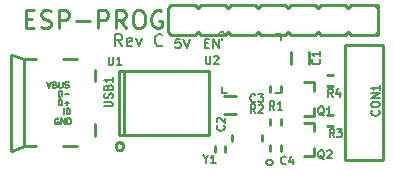
<source format=gbr>
G04 #@! TF.GenerationSoftware,KiCad,Pcbnew,5.1.5-52549c5~84~ubuntu19.10.1*
G04 #@! TF.CreationDate,2020-03-27T11:31:54+02:00*
G04 #@! TF.ProjectId,ESP-PROG_Rev.C,4553502d-5052-44f4-975f-5265762e432e,rev?*
G04 #@! TF.SameCoordinates,Original*
G04 #@! TF.FileFunction,Legend,Top*
G04 #@! TF.FilePolarity,Positive*
%FSLAX46Y46*%
G04 Gerber Fmt 4.6, Leading zero omitted, Abs format (unit mm)*
G04 Created by KiCad (PCBNEW 5.1.5-52549c5~84~ubuntu19.10.1) date 2020-03-27 11:31:54*
%MOMM*%
%LPD*%
G04 APERTURE LIST*
%ADD10C,0.150000*%
%ADD11C,0.200000*%
%ADD12C,0.254000*%
%ADD13C,0.127000*%
G04 APERTURE END LIST*
D10*
X128347619Y-94561904D02*
X127966666Y-94561904D01*
X127928571Y-94942857D01*
X127966666Y-94904761D01*
X128042857Y-94866666D01*
X128233333Y-94866666D01*
X128309523Y-94904761D01*
X128347619Y-94942857D01*
X128385714Y-95019047D01*
X128385714Y-95209523D01*
X128347619Y-95285714D01*
X128309523Y-95323809D01*
X128233333Y-95361904D01*
X128042857Y-95361904D01*
X127966666Y-95323809D01*
X127928571Y-95285714D01*
X128614285Y-94561904D02*
X128880952Y-95361904D01*
X129147619Y-94561904D01*
X130409523Y-94942857D02*
X130676190Y-94942857D01*
X130790476Y-95361904D02*
X130409523Y-95361904D01*
X130409523Y-94561904D01*
X130790476Y-94561904D01*
X131133333Y-95361904D02*
X131133333Y-94561904D01*
X131590476Y-95361904D01*
X131590476Y-94561904D01*
D11*
X123419047Y-95202380D02*
X123085714Y-94726190D01*
X122847619Y-95202380D02*
X122847619Y-94202380D01*
X123228571Y-94202380D01*
X123323809Y-94250000D01*
X123371428Y-94297619D01*
X123419047Y-94392857D01*
X123419047Y-94535714D01*
X123371428Y-94630952D01*
X123323809Y-94678571D01*
X123228571Y-94726190D01*
X122847619Y-94726190D01*
X124228571Y-95154761D02*
X124133333Y-95202380D01*
X123942857Y-95202380D01*
X123847619Y-95154761D01*
X123800000Y-95059523D01*
X123800000Y-94678571D01*
X123847619Y-94583333D01*
X123942857Y-94535714D01*
X124133333Y-94535714D01*
X124228571Y-94583333D01*
X124276190Y-94678571D01*
X124276190Y-94773809D01*
X123800000Y-94869047D01*
X124609523Y-94535714D02*
X124847619Y-95202380D01*
X125085714Y-94535714D01*
X126800000Y-95107142D02*
X126752380Y-95154761D01*
X126609523Y-95202380D01*
X126514285Y-95202380D01*
X126371428Y-95154761D01*
X126276190Y-95059523D01*
X126228571Y-94964285D01*
X126180952Y-94773809D01*
X126180952Y-94630952D01*
X126228571Y-94440476D01*
X126276190Y-94345238D01*
X126371428Y-94250000D01*
X126514285Y-94202380D01*
X126609523Y-94202380D01*
X126752380Y-94250000D01*
X126800000Y-94297619D01*
D12*
X115255366Y-92891142D02*
X115754900Y-92891142D01*
X115968985Y-93689428D02*
X115255366Y-93689428D01*
X115255366Y-92165428D01*
X115968985Y-92165428D01*
X116539880Y-93616857D02*
X116753966Y-93689428D01*
X117110776Y-93689428D01*
X117253500Y-93616857D01*
X117324861Y-93544285D01*
X117396223Y-93399142D01*
X117396223Y-93254000D01*
X117324861Y-93108857D01*
X117253500Y-93036285D01*
X117110776Y-92963714D01*
X116825328Y-92891142D01*
X116682604Y-92818571D01*
X116611242Y-92746000D01*
X116539880Y-92600857D01*
X116539880Y-92455714D01*
X116611242Y-92310571D01*
X116682604Y-92238000D01*
X116825328Y-92165428D01*
X117182138Y-92165428D01*
X117396223Y-92238000D01*
X118038480Y-93689428D02*
X118038480Y-92165428D01*
X118609376Y-92165428D01*
X118752100Y-92238000D01*
X118823461Y-92310571D01*
X118894823Y-92455714D01*
X118894823Y-92673428D01*
X118823461Y-92818571D01*
X118752100Y-92891142D01*
X118609376Y-92963714D01*
X118038480Y-92963714D01*
X119537080Y-93108857D02*
X120678871Y-93108857D01*
X121392490Y-93689428D02*
X121392490Y-92165428D01*
X121963385Y-92165428D01*
X122106109Y-92238000D01*
X122177471Y-92310571D01*
X122248833Y-92455714D01*
X122248833Y-92673428D01*
X122177471Y-92818571D01*
X122106109Y-92891142D01*
X121963385Y-92963714D01*
X121392490Y-92963714D01*
X123747433Y-93689428D02*
X123247900Y-92963714D01*
X122891090Y-93689428D02*
X122891090Y-92165428D01*
X123461985Y-92165428D01*
X123604709Y-92238000D01*
X123676071Y-92310571D01*
X123747433Y-92455714D01*
X123747433Y-92673428D01*
X123676071Y-92818571D01*
X123604709Y-92891142D01*
X123461985Y-92963714D01*
X122891090Y-92963714D01*
X124675138Y-92165428D02*
X124960585Y-92165428D01*
X125103309Y-92238000D01*
X125246033Y-92383142D01*
X125317395Y-92673428D01*
X125317395Y-93181428D01*
X125246033Y-93471714D01*
X125103309Y-93616857D01*
X124960585Y-93689428D01*
X124675138Y-93689428D01*
X124532414Y-93616857D01*
X124389690Y-93471714D01*
X124318328Y-93181428D01*
X124318328Y-92673428D01*
X124389690Y-92383142D01*
X124532414Y-92238000D01*
X124675138Y-92165428D01*
X126744633Y-92238000D02*
X126601909Y-92165428D01*
X126387823Y-92165428D01*
X126173738Y-92238000D01*
X126031014Y-92383142D01*
X125959652Y-92528285D01*
X125888290Y-92818571D01*
X125888290Y-93036285D01*
X125959652Y-93326571D01*
X126031014Y-93471714D01*
X126173738Y-93616857D01*
X126387823Y-93689428D01*
X126530547Y-93689428D01*
X126744633Y-93616857D01*
X126815995Y-93544285D01*
X126815995Y-93036285D01*
X126530547Y-93036285D01*
X132710000Y-102746000D02*
X132710000Y-103254000D01*
X135250000Y-102746000D02*
X135250000Y-103254000D01*
D10*
X132040000Y-94190000D02*
G75*
G03X132040000Y-94190000I-200000J0D01*
G01*
X136840000Y-94190000D02*
X136340000Y-94190000D01*
X136840000Y-94690000D02*
X136840000Y-94190000D01*
X132140000Y-94190000D02*
X132340000Y-94190000D01*
X131840000Y-94690000D02*
X131840000Y-94490000D01*
X136840000Y-99190000D02*
X136340000Y-99190000D01*
X136840000Y-98690000D02*
X136840000Y-99190000D01*
X131840000Y-99190000D02*
X132340000Y-99190000D01*
X131840000Y-98690000D02*
X131840000Y-99190000D01*
D12*
X145060000Y-94270000D02*
X145060000Y-91730000D01*
X139980000Y-91984000D02*
X139726000Y-91730000D01*
X140234000Y-91730000D02*
X139980000Y-91984000D01*
X142774000Y-91730000D02*
X144552000Y-91730000D01*
X142520000Y-91984000D02*
X142774000Y-91730000D01*
X142266000Y-91730000D02*
X142520000Y-91984000D01*
X140234000Y-91730000D02*
X142266000Y-91730000D01*
X144552000Y-91730000D02*
X145060000Y-91730000D01*
X144806000Y-91730000D02*
X145060000Y-91984000D01*
X145060000Y-94016000D02*
X144806000Y-94270000D01*
X137694000Y-91730000D02*
X139726000Y-91730000D01*
X137440000Y-91984000D02*
X137694000Y-91730000D01*
X134646000Y-91730000D02*
X134900000Y-91984000D01*
X135154000Y-91730000D02*
X137186000Y-91730000D01*
X134900000Y-91984000D02*
X135154000Y-91730000D01*
X135154000Y-94270000D02*
X134900000Y-94016000D01*
X137186000Y-94270000D02*
X135154000Y-94270000D01*
X137440000Y-94016000D02*
X137186000Y-94270000D01*
X137694000Y-94270000D02*
X137440000Y-94016000D01*
X139726000Y-94270000D02*
X137694000Y-94270000D01*
X139980000Y-94016000D02*
X139726000Y-94270000D01*
X140234000Y-94270000D02*
X139980000Y-94016000D01*
X142266000Y-94270000D02*
X140234000Y-94270000D01*
X142520000Y-94016000D02*
X142266000Y-94270000D01*
X142774000Y-94270000D02*
X142520000Y-94016000D01*
X144806000Y-94270000D02*
X142774000Y-94270000D01*
X145060000Y-94270000D02*
X144806000Y-94270000D01*
X134900000Y-94016000D02*
X134646000Y-94270000D01*
X134646000Y-94270000D02*
X132614000Y-94270000D01*
X130074000Y-94270000D02*
X129820000Y-94016000D01*
X132614000Y-91730000D02*
X134646000Y-91730000D01*
X137186000Y-91730000D02*
X137440000Y-91984000D01*
X129820000Y-91984000D02*
X130074000Y-91730000D01*
X132106000Y-94270000D02*
X130074000Y-94270000D01*
X132360000Y-94016000D02*
X132106000Y-94270000D01*
X130074000Y-91730000D02*
X132106000Y-91730000D01*
X132360000Y-91984000D02*
X132614000Y-91730000D01*
X132106000Y-91730000D02*
X132360000Y-91984000D01*
X132614000Y-94270000D02*
X132360000Y-94016000D01*
X130074000Y-94270000D02*
X129820000Y-94016000D01*
X129820000Y-91984000D02*
X130074000Y-91730000D01*
X130074000Y-91730000D02*
X132106000Y-91730000D01*
X132106000Y-94270000D02*
X130074000Y-94270000D01*
X132360000Y-94016000D02*
X132106000Y-94270000D01*
X132106000Y-91730000D02*
X132360000Y-91984000D01*
X127534000Y-94270000D02*
X127280000Y-94016000D01*
X127280000Y-91984000D02*
X127534000Y-91730000D01*
X127280000Y-94016000D02*
X127280000Y-91984000D01*
X127534000Y-91730000D02*
X129566000Y-91730000D01*
X129566000Y-94270000D02*
X127534000Y-94270000D01*
X129820000Y-94016000D02*
X129566000Y-94270000D01*
X129566000Y-91730000D02*
X129820000Y-91984000D01*
X114071000Y-95936000D02*
X115087000Y-96317000D01*
X114071000Y-104064000D02*
X115087000Y-103683000D01*
X119600000Y-103700000D02*
X118400000Y-103700000D01*
X115100000Y-96300000D02*
X116100000Y-96300000D01*
X114000000Y-104064000D02*
X114000000Y-95936000D01*
X116100000Y-103700000D02*
X115100000Y-103700000D01*
X121100000Y-102800000D02*
X121100000Y-101800000D01*
X121100000Y-98200000D02*
X121100000Y-97200000D01*
X119600000Y-96300000D02*
X118400000Y-96300000D01*
X115100000Y-103700000D02*
X115100000Y-96300000D01*
X123571000Y-97269500D02*
X123571000Y-102730500D01*
X130810000Y-97269500D02*
X123190000Y-97269500D01*
X123190000Y-102730500D02*
X130810000Y-102730500D01*
X130810000Y-97269500D02*
X130810000Y-102730500D01*
X123190000Y-102730500D02*
X123190000Y-97269500D01*
X141000000Y-97655500D02*
X141254000Y-97655500D01*
X141000000Y-97655500D02*
X140746000Y-97655500D01*
X141000000Y-98544500D02*
X140746000Y-98544500D01*
X141000000Y-98544500D02*
X141254000Y-98544500D01*
X141000000Y-101055500D02*
X141254000Y-101055500D01*
X141000000Y-101055500D02*
X140746000Y-101055500D01*
X141000000Y-101944500D02*
X140746000Y-101944500D01*
X141000000Y-101944500D02*
X141254000Y-101944500D01*
X136844500Y-101600000D02*
X136844500Y-101854000D01*
X136844500Y-101600000D02*
X136844500Y-101346000D01*
X135955500Y-101600000D02*
X135955500Y-101346000D01*
X135955500Y-101600000D02*
X135955500Y-101854000D01*
X135955500Y-98800000D02*
X135955500Y-98546000D01*
X135955500Y-98800000D02*
X135955500Y-99054000D01*
X136844500Y-98800000D02*
X136844500Y-99054000D01*
X136844500Y-98800000D02*
X136844500Y-98546000D01*
X139635000Y-104522400D02*
X139635000Y-103811200D01*
X138796800Y-104522400D02*
X139635000Y-104522400D01*
X138796800Y-101677600D02*
X139635000Y-101677600D01*
X139635000Y-102388800D02*
X139635000Y-101677600D01*
X139635000Y-101122400D02*
X139635000Y-100411200D01*
X138796800Y-101122400D02*
X139635000Y-101122400D01*
X138796800Y-98277600D02*
X139635000Y-98277600D01*
X139635000Y-98988800D02*
X139635000Y-98277600D01*
X136844500Y-103800000D02*
X136844500Y-104054000D01*
X136844500Y-103800000D02*
X136844500Y-103546000D01*
X135955500Y-103800000D02*
X135955500Y-103546000D01*
X135955500Y-103800000D02*
X135955500Y-104054000D01*
X133058000Y-100982000D02*
X132042000Y-100982000D01*
X133058000Y-99458000D02*
X132042000Y-99458000D01*
X131255500Y-103900000D02*
X131255500Y-103646000D01*
X131255500Y-103900000D02*
X131255500Y-104154000D01*
X132144500Y-103900000D02*
X132144500Y-104154000D01*
X132144500Y-103900000D02*
X132144500Y-103646000D01*
X137698000Y-96738000D02*
X137698000Y-95722000D01*
X139222000Y-96738000D02*
X139222000Y-95722000D01*
X145500000Y-95150000D02*
X145500000Y-104850000D01*
X145500000Y-104850000D02*
X142300000Y-104850000D01*
X142300000Y-104850000D02*
X142300000Y-95150000D01*
X142300000Y-95150000D02*
X145500000Y-95150000D01*
D10*
X130496666Y-104803333D02*
X130496666Y-105136666D01*
X130263333Y-104436666D02*
X130496666Y-104803333D01*
X130730000Y-104436666D01*
X131330000Y-105136666D02*
X130930000Y-105136666D01*
X131130000Y-105136666D02*
X131130000Y-104436666D01*
X131063333Y-104536666D01*
X130996666Y-104603333D01*
X130930000Y-104636666D01*
D11*
X136161904Y-105097142D02*
X136123809Y-105173333D01*
X136085714Y-105211428D01*
X136009523Y-105249523D01*
X135780952Y-105249523D01*
X135704761Y-105211428D01*
X135666666Y-105173333D01*
X135628571Y-105097142D01*
X135628571Y-104982857D01*
X135666666Y-104906666D01*
X135704761Y-104868571D01*
X135780952Y-104830476D01*
X136009523Y-104830476D01*
X136085714Y-104868571D01*
X136123809Y-104906666D01*
X136161904Y-104982857D01*
X136161904Y-105097142D01*
D10*
X130496666Y-96036666D02*
X130496666Y-96603333D01*
X130530000Y-96670000D01*
X130563333Y-96703333D01*
X130630000Y-96736666D01*
X130763333Y-96736666D01*
X130830000Y-96703333D01*
X130863333Y-96670000D01*
X130896666Y-96603333D01*
X130896666Y-96036666D01*
X131196666Y-96103333D02*
X131230000Y-96070000D01*
X131296666Y-96036666D01*
X131463333Y-96036666D01*
X131530000Y-96070000D01*
X131563333Y-96103333D01*
X131596666Y-96170000D01*
X131596666Y-96236666D01*
X131563333Y-96336666D01*
X131163333Y-96736666D01*
X131596666Y-96736666D01*
X121916666Y-100316666D02*
X122483333Y-100316666D01*
X122550000Y-100283333D01*
X122583333Y-100250000D01*
X122616666Y-100183333D01*
X122616666Y-100050000D01*
X122583333Y-99983333D01*
X122550000Y-99950000D01*
X122483333Y-99916666D01*
X121916666Y-99916666D01*
X122583333Y-99616666D02*
X122616666Y-99516666D01*
X122616666Y-99350000D01*
X122583333Y-99283333D01*
X122550000Y-99250000D01*
X122483333Y-99216666D01*
X122416666Y-99216666D01*
X122350000Y-99250000D01*
X122316666Y-99283333D01*
X122283333Y-99350000D01*
X122250000Y-99483333D01*
X122216666Y-99550000D01*
X122183333Y-99583333D01*
X122116666Y-99616666D01*
X122050000Y-99616666D01*
X121983333Y-99583333D01*
X121950000Y-99550000D01*
X121916666Y-99483333D01*
X121916666Y-99316666D01*
X121950000Y-99216666D01*
X122250000Y-98683333D02*
X122283333Y-98583333D01*
X122316666Y-98550000D01*
X122383333Y-98516666D01*
X122483333Y-98516666D01*
X122550000Y-98550000D01*
X122583333Y-98583333D01*
X122616666Y-98650000D01*
X122616666Y-98916666D01*
X121916666Y-98916666D01*
X121916666Y-98683333D01*
X121950000Y-98616666D01*
X121983333Y-98583333D01*
X122050000Y-98550000D01*
X122116666Y-98550000D01*
X122183333Y-98583333D01*
X122216666Y-98616666D01*
X122250000Y-98683333D01*
X122250000Y-98916666D01*
X122616666Y-97850000D02*
X122616666Y-98250000D01*
X122616666Y-98050000D02*
X121916666Y-98050000D01*
X122016666Y-98116666D01*
X122083333Y-98183333D01*
X122116666Y-98250000D01*
D13*
X117068666Y-98221809D02*
X117238000Y-98729809D01*
X117407333Y-98221809D01*
X117746000Y-98463714D02*
X117818571Y-98487904D01*
X117842761Y-98512095D01*
X117866952Y-98560476D01*
X117866952Y-98633047D01*
X117842761Y-98681428D01*
X117818571Y-98705619D01*
X117770190Y-98729809D01*
X117576666Y-98729809D01*
X117576666Y-98221809D01*
X117746000Y-98221809D01*
X117794380Y-98246000D01*
X117818571Y-98270190D01*
X117842761Y-98318571D01*
X117842761Y-98366952D01*
X117818571Y-98415333D01*
X117794380Y-98439523D01*
X117746000Y-98463714D01*
X117576666Y-98463714D01*
X118084666Y-98221809D02*
X118084666Y-98633047D01*
X118108857Y-98681428D01*
X118133047Y-98705619D01*
X118181428Y-98729809D01*
X118278190Y-98729809D01*
X118326571Y-98705619D01*
X118350761Y-98681428D01*
X118374952Y-98633047D01*
X118374952Y-98221809D01*
X118592666Y-98705619D02*
X118665238Y-98729809D01*
X118786190Y-98729809D01*
X118834571Y-98705619D01*
X118858761Y-98681428D01*
X118882952Y-98633047D01*
X118882952Y-98584666D01*
X118858761Y-98536285D01*
X118834571Y-98512095D01*
X118786190Y-98487904D01*
X118689428Y-98463714D01*
X118641047Y-98439523D01*
X118616857Y-98415333D01*
X118592666Y-98366952D01*
X118592666Y-98318571D01*
X118616857Y-98270190D01*
X118641047Y-98246000D01*
X118689428Y-98221809D01*
X118810380Y-98221809D01*
X118882952Y-98246000D01*
X118052476Y-99479809D02*
X118052476Y-98971809D01*
X118173428Y-98971809D01*
X118246000Y-98996000D01*
X118294380Y-99044380D01*
X118318571Y-99092761D01*
X118342761Y-99189523D01*
X118342761Y-99262095D01*
X118318571Y-99358857D01*
X118294380Y-99407238D01*
X118246000Y-99455619D01*
X118173428Y-99479809D01*
X118052476Y-99479809D01*
X118560476Y-99286285D02*
X118947523Y-99286285D01*
X118052476Y-100229809D02*
X118052476Y-99721809D01*
X118173428Y-99721809D01*
X118246000Y-99746000D01*
X118294380Y-99794380D01*
X118318571Y-99842761D01*
X118342761Y-99939523D01*
X118342761Y-100012095D01*
X118318571Y-100108857D01*
X118294380Y-100157238D01*
X118246000Y-100205619D01*
X118173428Y-100229809D01*
X118052476Y-100229809D01*
X118560476Y-100036285D02*
X118947523Y-100036285D01*
X118754000Y-100229809D02*
X118754000Y-99842761D01*
X118496000Y-100979809D02*
X118496000Y-100471809D01*
X118737904Y-100979809D02*
X118737904Y-100471809D01*
X118858857Y-100471809D01*
X118931428Y-100496000D01*
X118979809Y-100544380D01*
X119004000Y-100592761D01*
X119028190Y-100689523D01*
X119028190Y-100762095D01*
X119004000Y-100858857D01*
X118979809Y-100907238D01*
X118931428Y-100955619D01*
X118858857Y-100979809D01*
X118737904Y-100979809D01*
X118012952Y-101346000D02*
X117964571Y-101321809D01*
X117892000Y-101321809D01*
X117819428Y-101346000D01*
X117771047Y-101394380D01*
X117746857Y-101442761D01*
X117722666Y-101539523D01*
X117722666Y-101612095D01*
X117746857Y-101708857D01*
X117771047Y-101757238D01*
X117819428Y-101805619D01*
X117892000Y-101829809D01*
X117940380Y-101829809D01*
X118012952Y-101805619D01*
X118037142Y-101781428D01*
X118037142Y-101612095D01*
X117940380Y-101612095D01*
X118254857Y-101829809D02*
X118254857Y-101321809D01*
X118545142Y-101829809D01*
X118545142Y-101321809D01*
X118787047Y-101829809D02*
X118787047Y-101321809D01*
X118908000Y-101321809D01*
X118980571Y-101346000D01*
X119028952Y-101394380D01*
X119053142Y-101442761D01*
X119077333Y-101539523D01*
X119077333Y-101612095D01*
X119053142Y-101708857D01*
X119028952Y-101757238D01*
X118980571Y-101805619D01*
X118908000Y-101829809D01*
X118787047Y-101829809D01*
D10*
X122266666Y-96116666D02*
X122266666Y-96683333D01*
X122300000Y-96750000D01*
X122333333Y-96783333D01*
X122400000Y-96816666D01*
X122533333Y-96816666D01*
X122600000Y-96783333D01*
X122633333Y-96750000D01*
X122666666Y-96683333D01*
X122666666Y-96116666D01*
X123366666Y-96816666D02*
X122966666Y-96816666D01*
X123166666Y-96816666D02*
X123166666Y-96116666D01*
X123100000Y-96216666D01*
X123033333Y-96283333D01*
X122966666Y-96316666D01*
D12*
X123117428Y-104015619D02*
X123020666Y-103967238D01*
X122972285Y-103918857D01*
X122923904Y-103822095D01*
X122923904Y-103531809D01*
X122972285Y-103435047D01*
X123020666Y-103386666D01*
X123117428Y-103338285D01*
X123262571Y-103338285D01*
X123359333Y-103386666D01*
X123407714Y-103435047D01*
X123456095Y-103531809D01*
X123456095Y-103822095D01*
X123407714Y-103918857D01*
X123359333Y-103967238D01*
X123262571Y-104015619D01*
X123117428Y-104015619D01*
D10*
X141283333Y-99516666D02*
X141050000Y-99183333D01*
X140883333Y-99516666D02*
X140883333Y-98816666D01*
X141150000Y-98816666D01*
X141216666Y-98850000D01*
X141250000Y-98883333D01*
X141283333Y-98950000D01*
X141283333Y-99050000D01*
X141250000Y-99116666D01*
X141216666Y-99150000D01*
X141150000Y-99183333D01*
X140883333Y-99183333D01*
X141883333Y-99050000D02*
X141883333Y-99516666D01*
X141716666Y-98783333D02*
X141550000Y-99283333D01*
X141983333Y-99283333D01*
X141383333Y-102916666D02*
X141150000Y-102583333D01*
X140983333Y-102916666D02*
X140983333Y-102216666D01*
X141250000Y-102216666D01*
X141316666Y-102250000D01*
X141350000Y-102283333D01*
X141383333Y-102350000D01*
X141383333Y-102450000D01*
X141350000Y-102516666D01*
X141316666Y-102550000D01*
X141250000Y-102583333D01*
X140983333Y-102583333D01*
X141616666Y-102216666D02*
X142050000Y-102216666D01*
X141816666Y-102483333D01*
X141916666Y-102483333D01*
X141983333Y-102516666D01*
X142016666Y-102550000D01*
X142050000Y-102616666D01*
X142050000Y-102783333D01*
X142016666Y-102850000D01*
X141983333Y-102883333D01*
X141916666Y-102916666D01*
X141716666Y-102916666D01*
X141650000Y-102883333D01*
X141616666Y-102850000D01*
X134703333Y-100846666D02*
X134470000Y-100513333D01*
X134303333Y-100846666D02*
X134303333Y-100146666D01*
X134570000Y-100146666D01*
X134636666Y-100180000D01*
X134670000Y-100213333D01*
X134703333Y-100280000D01*
X134703333Y-100380000D01*
X134670000Y-100446666D01*
X134636666Y-100480000D01*
X134570000Y-100513333D01*
X134303333Y-100513333D01*
X134970000Y-100213333D02*
X135003333Y-100180000D01*
X135070000Y-100146666D01*
X135236666Y-100146666D01*
X135303333Y-100180000D01*
X135336666Y-100213333D01*
X135370000Y-100280000D01*
X135370000Y-100346666D01*
X135336666Y-100446666D01*
X134936666Y-100846666D01*
X135370000Y-100846666D01*
X136313333Y-100586666D02*
X136080000Y-100253333D01*
X135913333Y-100586666D02*
X135913333Y-99886666D01*
X136180000Y-99886666D01*
X136246666Y-99920000D01*
X136280000Y-99953333D01*
X136313333Y-100020000D01*
X136313333Y-100120000D01*
X136280000Y-100186666D01*
X136246666Y-100220000D01*
X136180000Y-100253333D01*
X135913333Y-100253333D01*
X136980000Y-100586666D02*
X136580000Y-100586666D01*
X136780000Y-100586666D02*
X136780000Y-99886666D01*
X136713333Y-99986666D01*
X136646666Y-100053333D01*
X136580000Y-100086666D01*
X140533333Y-104783333D02*
X140466666Y-104750000D01*
X140400000Y-104683333D01*
X140300000Y-104583333D01*
X140233333Y-104550000D01*
X140166666Y-104550000D01*
X140200000Y-104716666D02*
X140133333Y-104683333D01*
X140066666Y-104616666D01*
X140033333Y-104483333D01*
X140033333Y-104250000D01*
X140066666Y-104116666D01*
X140133333Y-104050000D01*
X140200000Y-104016666D01*
X140333333Y-104016666D01*
X140400000Y-104050000D01*
X140466666Y-104116666D01*
X140500000Y-104250000D01*
X140500000Y-104483333D01*
X140466666Y-104616666D01*
X140400000Y-104683333D01*
X140333333Y-104716666D01*
X140200000Y-104716666D01*
X140766666Y-104083333D02*
X140800000Y-104050000D01*
X140866666Y-104016666D01*
X141033333Y-104016666D01*
X141100000Y-104050000D01*
X141133333Y-104083333D01*
X141166666Y-104150000D01*
X141166666Y-104216666D01*
X141133333Y-104316666D01*
X140733333Y-104716666D01*
X141166666Y-104716666D01*
X140533333Y-101083333D02*
X140466666Y-101050000D01*
X140400000Y-100983333D01*
X140300000Y-100883333D01*
X140233333Y-100850000D01*
X140166666Y-100850000D01*
X140200000Y-101016666D02*
X140133333Y-100983333D01*
X140066666Y-100916666D01*
X140033333Y-100783333D01*
X140033333Y-100550000D01*
X140066666Y-100416666D01*
X140133333Y-100350000D01*
X140200000Y-100316666D01*
X140333333Y-100316666D01*
X140400000Y-100350000D01*
X140466666Y-100416666D01*
X140500000Y-100550000D01*
X140500000Y-100783333D01*
X140466666Y-100916666D01*
X140400000Y-100983333D01*
X140333333Y-101016666D01*
X140200000Y-101016666D01*
X141166666Y-101016666D02*
X140766666Y-101016666D01*
X140966666Y-101016666D02*
X140966666Y-100316666D01*
X140900000Y-100416666D01*
X140833333Y-100483333D01*
X140766666Y-100516666D01*
X137297333Y-105152000D02*
X137264000Y-105185333D01*
X137164000Y-105218666D01*
X137097333Y-105218666D01*
X136997333Y-105185333D01*
X136930666Y-105118666D01*
X136897333Y-105052000D01*
X136864000Y-104918666D01*
X136864000Y-104818666D01*
X136897333Y-104685333D01*
X136930666Y-104618666D01*
X136997333Y-104552000D01*
X137097333Y-104518666D01*
X137164000Y-104518666D01*
X137264000Y-104552000D01*
X137297333Y-104585333D01*
X137897333Y-104752000D02*
X137897333Y-105218666D01*
X137730666Y-104485333D02*
X137564000Y-104985333D01*
X137997333Y-104985333D01*
X134703333Y-99880000D02*
X134670000Y-99913333D01*
X134570000Y-99946666D01*
X134503333Y-99946666D01*
X134403333Y-99913333D01*
X134336666Y-99846666D01*
X134303333Y-99780000D01*
X134270000Y-99646666D01*
X134270000Y-99546666D01*
X134303333Y-99413333D01*
X134336666Y-99346666D01*
X134403333Y-99280000D01*
X134503333Y-99246666D01*
X134570000Y-99246666D01*
X134670000Y-99280000D01*
X134703333Y-99313333D01*
X134936666Y-99246666D02*
X135370000Y-99246666D01*
X135136666Y-99513333D01*
X135236666Y-99513333D01*
X135303333Y-99546666D01*
X135336666Y-99580000D01*
X135370000Y-99646666D01*
X135370000Y-99813333D01*
X135336666Y-99880000D01*
X135303333Y-99913333D01*
X135236666Y-99946666D01*
X135036666Y-99946666D01*
X134970000Y-99913333D01*
X134936666Y-99880000D01*
X132050000Y-101916666D02*
X132083333Y-101950000D01*
X132116666Y-102050000D01*
X132116666Y-102116666D01*
X132083333Y-102216666D01*
X132016666Y-102283333D01*
X131950000Y-102316666D01*
X131816666Y-102350000D01*
X131716666Y-102350000D01*
X131583333Y-102316666D01*
X131516666Y-102283333D01*
X131450000Y-102216666D01*
X131416666Y-102116666D01*
X131416666Y-102050000D01*
X131450000Y-101950000D01*
X131483333Y-101916666D01*
X131483333Y-101650000D02*
X131450000Y-101616666D01*
X131416666Y-101550000D01*
X131416666Y-101383333D01*
X131450000Y-101316666D01*
X131483333Y-101283333D01*
X131550000Y-101250000D01*
X131616666Y-101250000D01*
X131716666Y-101283333D01*
X132116666Y-101683333D01*
X132116666Y-101250000D01*
X140130000Y-96326666D02*
X140163333Y-96360000D01*
X140196666Y-96460000D01*
X140196666Y-96526666D01*
X140163333Y-96626666D01*
X140096666Y-96693333D01*
X140030000Y-96726666D01*
X139896666Y-96760000D01*
X139796666Y-96760000D01*
X139663333Y-96726666D01*
X139596666Y-96693333D01*
X139530000Y-96626666D01*
X139496666Y-96526666D01*
X139496666Y-96460000D01*
X139530000Y-96360000D01*
X139563333Y-96326666D01*
X140196666Y-95660000D02*
X140196666Y-96060000D01*
X140196666Y-95860000D02*
X139496666Y-95860000D01*
X139596666Y-95926666D01*
X139663333Y-95993333D01*
X139696666Y-96060000D01*
X145150000Y-100650000D02*
X145183333Y-100683333D01*
X145216666Y-100783333D01*
X145216666Y-100850000D01*
X145183333Y-100950000D01*
X145116666Y-101016666D01*
X145050000Y-101050000D01*
X144916666Y-101083333D01*
X144816666Y-101083333D01*
X144683333Y-101050000D01*
X144616666Y-101016666D01*
X144550000Y-100950000D01*
X144516666Y-100850000D01*
X144516666Y-100783333D01*
X144550000Y-100683333D01*
X144583333Y-100650000D01*
X144516666Y-100216666D02*
X144516666Y-100083333D01*
X144550000Y-100016666D01*
X144616666Y-99950000D01*
X144750000Y-99916666D01*
X144983333Y-99916666D01*
X145116666Y-99950000D01*
X145183333Y-100016666D01*
X145216666Y-100083333D01*
X145216666Y-100216666D01*
X145183333Y-100283333D01*
X145116666Y-100350000D01*
X144983333Y-100383333D01*
X144750000Y-100383333D01*
X144616666Y-100350000D01*
X144550000Y-100283333D01*
X144516666Y-100216666D01*
X145216666Y-99616666D02*
X144516666Y-99616666D01*
X145216666Y-99216666D01*
X144516666Y-99216666D01*
X145216666Y-98516666D02*
X145216666Y-98916666D01*
X145216666Y-98716666D02*
X144516666Y-98716666D01*
X144616666Y-98783333D01*
X144683333Y-98850000D01*
X144716666Y-98916666D01*
M02*

</source>
